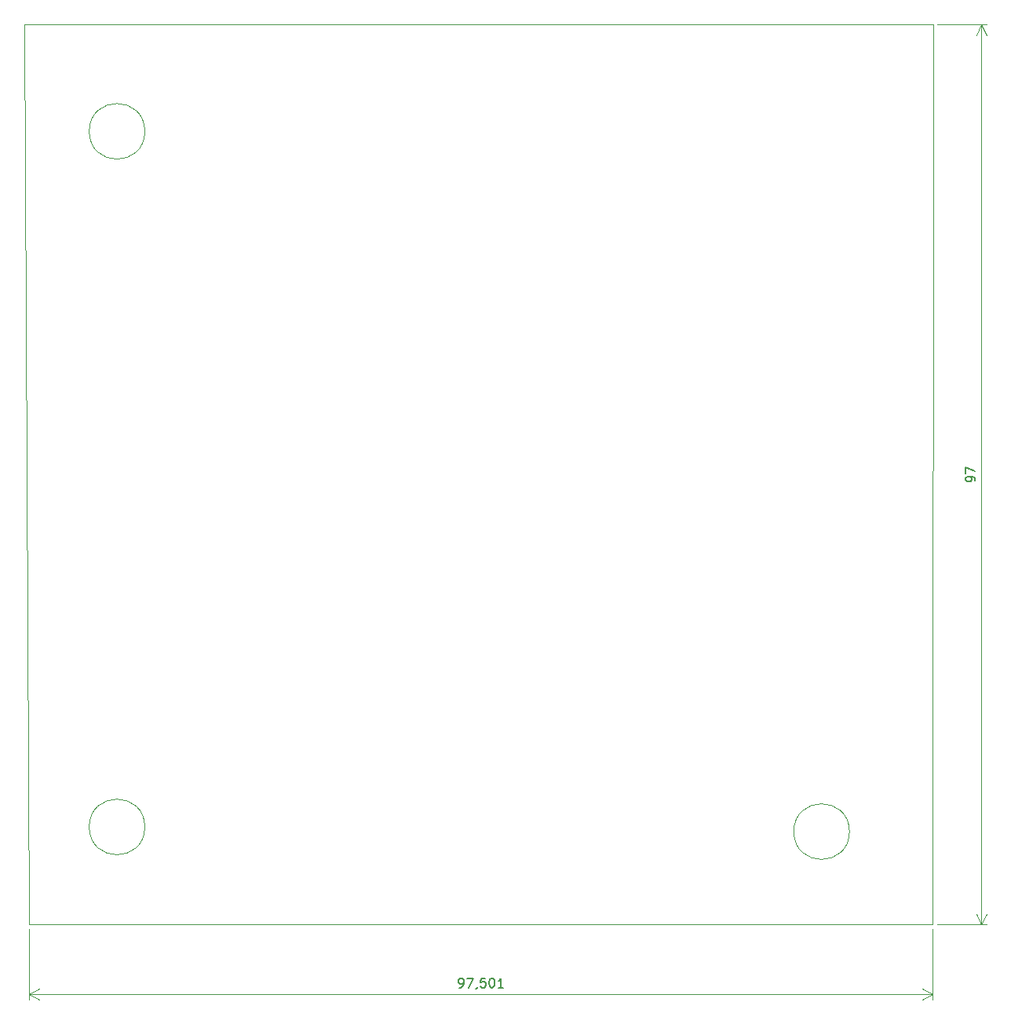
<source format=gbr>
G04 #@! TF.GenerationSoftware,KiCad,Pcbnew,9.0.1*
G04 #@! TF.CreationDate,2025-06-01T14:07:22-05:00*
G04 #@! TF.ProjectId,NUEVO_NODO,4e554556-4f5f-44e4-9f44-4f2e6b696361,rev?*
G04 #@! TF.SameCoordinates,Original*
G04 #@! TF.FileFunction,Profile,NP*
%FSLAX46Y46*%
G04 Gerber Fmt 4.6, Leading zero omitted, Abs format (unit mm)*
G04 Created by KiCad (PCBNEW 9.0.1) date 2025-06-01 14:07:22*
%MOMM*%
%LPD*%
G01*
G04 APERTURE LIST*
G04 #@! TA.AperFunction,Profile*
%ADD10C,0.050000*%
G04 #@! TD*
%ADD11C,0.150000*%
G04 APERTURE END LIST*
D10*
X160001004Y-154000000D02*
X160006105Y-57000000D01*
X62500000Y-154004784D02*
X62000000Y-57000000D01*
X62500000Y-154004784D02*
X160001004Y-154000000D01*
X75000000Y-68500000D02*
G75*
G02*
X69000000Y-68500000I-3000000J0D01*
G01*
X69000000Y-68500000D02*
G75*
G02*
X75000000Y-68500000I3000000J0D01*
G01*
X75000000Y-143500000D02*
G75*
G02*
X69000000Y-143500000I-3000000J0D01*
G01*
X69000000Y-143500000D02*
G75*
G02*
X75000000Y-143500000I3000000J0D01*
G01*
X151000000Y-144000000D02*
G75*
G02*
X145000000Y-144000000I-3000000J0D01*
G01*
X145000000Y-144000000D02*
G75*
G02*
X151000000Y-144000000I3000000J0D01*
G01*
X62000000Y-57000000D02*
X160006105Y-57000000D01*
D11*
X164552618Y-106166666D02*
X164552618Y-105976190D01*
X164552618Y-105976190D02*
X164504999Y-105880952D01*
X164504999Y-105880952D02*
X164457379Y-105833333D01*
X164457379Y-105833333D02*
X164314522Y-105738095D01*
X164314522Y-105738095D02*
X164124046Y-105690476D01*
X164124046Y-105690476D02*
X163743094Y-105690476D01*
X163743094Y-105690476D02*
X163647856Y-105738095D01*
X163647856Y-105738095D02*
X163600237Y-105785714D01*
X163600237Y-105785714D02*
X163552618Y-105880952D01*
X163552618Y-105880952D02*
X163552618Y-106071428D01*
X163552618Y-106071428D02*
X163600237Y-106166666D01*
X163600237Y-106166666D02*
X163647856Y-106214285D01*
X163647856Y-106214285D02*
X163743094Y-106261904D01*
X163743094Y-106261904D02*
X163981189Y-106261904D01*
X163981189Y-106261904D02*
X164076427Y-106214285D01*
X164076427Y-106214285D02*
X164124046Y-106166666D01*
X164124046Y-106166666D02*
X164171665Y-106071428D01*
X164171665Y-106071428D02*
X164171665Y-105880952D01*
X164171665Y-105880952D02*
X164124046Y-105785714D01*
X164124046Y-105785714D02*
X164076427Y-105738095D01*
X164076427Y-105738095D02*
X163981189Y-105690476D01*
X163552618Y-105357142D02*
X163552618Y-104690476D01*
X163552618Y-104690476D02*
X164552618Y-105119047D01*
D10*
X160501004Y-154000000D02*
X165834219Y-154000000D01*
X165834219Y-57000000D02*
X160500000Y-57000000D01*
X165247799Y-154000000D02*
X165247799Y-57000000D01*
X165247799Y-154000000D02*
X164661378Y-152873496D01*
X165247799Y-154000000D02*
X165834220Y-152873496D01*
X165247799Y-57000000D02*
X165834220Y-58126504D01*
X165247799Y-57000000D02*
X164661378Y-58126504D01*
D11*
X108917169Y-160809603D02*
X109107645Y-160809603D01*
X109107645Y-160809603D02*
X109202883Y-160761984D01*
X109202883Y-160761984D02*
X109250502Y-160714364D01*
X109250502Y-160714364D02*
X109345740Y-160571507D01*
X109345740Y-160571507D02*
X109393359Y-160381031D01*
X109393359Y-160381031D02*
X109393359Y-160000079D01*
X109393359Y-160000079D02*
X109345740Y-159904841D01*
X109345740Y-159904841D02*
X109298121Y-159857222D01*
X109298121Y-159857222D02*
X109202883Y-159809603D01*
X109202883Y-159809603D02*
X109012407Y-159809603D01*
X109012407Y-159809603D02*
X108917169Y-159857222D01*
X108917169Y-159857222D02*
X108869550Y-159904841D01*
X108869550Y-159904841D02*
X108821931Y-160000079D01*
X108821931Y-160000079D02*
X108821931Y-160238174D01*
X108821931Y-160238174D02*
X108869550Y-160333412D01*
X108869550Y-160333412D02*
X108917169Y-160381031D01*
X108917169Y-160381031D02*
X109012407Y-160428650D01*
X109012407Y-160428650D02*
X109202883Y-160428650D01*
X109202883Y-160428650D02*
X109298121Y-160381031D01*
X109298121Y-160381031D02*
X109345740Y-160333412D01*
X109345740Y-160333412D02*
X109393359Y-160238174D01*
X109726693Y-159809603D02*
X110393359Y-159809603D01*
X110393359Y-159809603D02*
X109964788Y-160809603D01*
X110821931Y-160761984D02*
X110821931Y-160809603D01*
X110821931Y-160809603D02*
X110774312Y-160904841D01*
X110774312Y-160904841D02*
X110726693Y-160952460D01*
X111726692Y-159809603D02*
X111250502Y-159809603D01*
X111250502Y-159809603D02*
X111202883Y-160285793D01*
X111202883Y-160285793D02*
X111250502Y-160238174D01*
X111250502Y-160238174D02*
X111345740Y-160190555D01*
X111345740Y-160190555D02*
X111583835Y-160190555D01*
X111583835Y-160190555D02*
X111679073Y-160238174D01*
X111679073Y-160238174D02*
X111726692Y-160285793D01*
X111726692Y-160285793D02*
X111774311Y-160381031D01*
X111774311Y-160381031D02*
X111774311Y-160619126D01*
X111774311Y-160619126D02*
X111726692Y-160714364D01*
X111726692Y-160714364D02*
X111679073Y-160761984D01*
X111679073Y-160761984D02*
X111583835Y-160809603D01*
X111583835Y-160809603D02*
X111345740Y-160809603D01*
X111345740Y-160809603D02*
X111250502Y-160761984D01*
X111250502Y-160761984D02*
X111202883Y-160714364D01*
X112393359Y-159809603D02*
X112488597Y-159809603D01*
X112488597Y-159809603D02*
X112583835Y-159857222D01*
X112583835Y-159857222D02*
X112631454Y-159904841D01*
X112631454Y-159904841D02*
X112679073Y-160000079D01*
X112679073Y-160000079D02*
X112726692Y-160190555D01*
X112726692Y-160190555D02*
X112726692Y-160428650D01*
X112726692Y-160428650D02*
X112679073Y-160619126D01*
X112679073Y-160619126D02*
X112631454Y-160714364D01*
X112631454Y-160714364D02*
X112583835Y-160761984D01*
X112583835Y-160761984D02*
X112488597Y-160809603D01*
X112488597Y-160809603D02*
X112393359Y-160809603D01*
X112393359Y-160809603D02*
X112298121Y-160761984D01*
X112298121Y-160761984D02*
X112250502Y-160714364D01*
X112250502Y-160714364D02*
X112202883Y-160619126D01*
X112202883Y-160619126D02*
X112155264Y-160428650D01*
X112155264Y-160428650D02*
X112155264Y-160190555D01*
X112155264Y-160190555D02*
X112202883Y-160000079D01*
X112202883Y-160000079D02*
X112250502Y-159904841D01*
X112250502Y-159904841D02*
X112298121Y-159857222D01*
X112298121Y-159857222D02*
X112393359Y-159809603D01*
X113679073Y-160809603D02*
X113107645Y-160809603D01*
X113393359Y-160809603D02*
X113393359Y-159809603D01*
X113393359Y-159809603D02*
X113298121Y-159952460D01*
X113298121Y-159952460D02*
X113202883Y-160047698D01*
X113202883Y-160047698D02*
X113107645Y-160095317D01*
D10*
X62500000Y-154504784D02*
X62500000Y-162091204D01*
X160001004Y-162091204D02*
X160001004Y-154500000D01*
X62500000Y-161504784D02*
X160001004Y-161504784D01*
X62500000Y-161504784D02*
X63626504Y-160918363D01*
X62500000Y-161504784D02*
X63626504Y-162091205D01*
X160001004Y-161504784D02*
X158874500Y-162091205D01*
X160001004Y-161504784D02*
X158874500Y-160918363D01*
M02*

</source>
